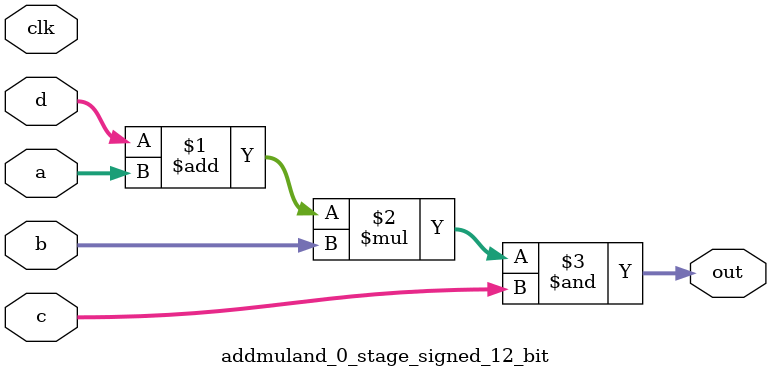
<source format=sv>
(* use_dsp = "yes" *) module addmuland_0_stage_signed_12_bit(
	input signed [11:0] a,
	input signed [11:0] b,
	input signed [11:0] c,
	input signed [11:0] d,
	output [11:0] out,
	input clk);

	assign out = ((d + a) * b) & c;
endmodule

</source>
